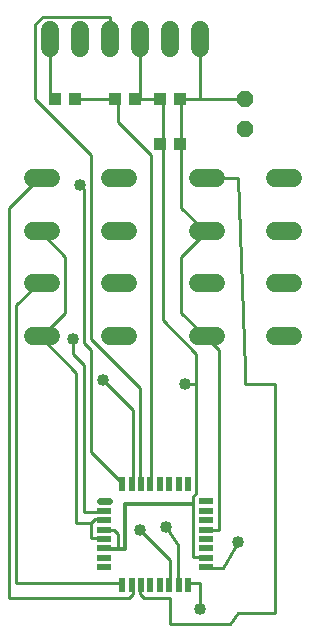
<source format=gbr>
G75*
%MOIN*%
%OFA0B0*%
%FSLAX24Y24*%
%IPPOS*%
%LPD*%
%AMOC8*
5,1,8,0,0,1.08239X$1,22.5*
%
%ADD10R,0.0433X0.0394*%
%ADD11C,0.0217*%
%ADD12R,0.0500X0.0217*%
%ADD13R,0.0217X0.0500*%
%ADD14C,0.0600*%
%ADD15OC8,0.0520*%
%ADD16R,0.0394X0.0433*%
%ADD17C,0.0100*%
%ADD18C,0.0400*%
%ADD19C,0.0120*%
D10*
X017765Y023600D03*
X018435Y023600D03*
X018435Y025100D03*
X017765Y025100D03*
X014935Y025100D03*
X014265Y025100D03*
D11*
X015768Y011702D02*
X016052Y011702D01*
X015768Y011702D02*
X015768Y011702D01*
X016052Y011702D01*
X016052Y011702D01*
D12*
X015910Y011387D03*
X015910Y011072D03*
X015910Y010757D03*
X015910Y010443D03*
X015910Y010128D03*
X015910Y009813D03*
X015910Y009498D03*
X019290Y009498D03*
X019290Y009813D03*
X019290Y010128D03*
X019290Y010443D03*
X019290Y010757D03*
X019290Y011072D03*
X019290Y011387D03*
X019290Y011702D03*
D13*
X018702Y012290D03*
X018387Y012290D03*
X018072Y012290D03*
X017757Y012290D03*
X017443Y012290D03*
X017128Y012290D03*
X016813Y012290D03*
X016498Y012290D03*
X016498Y008910D03*
X016813Y008910D03*
X017128Y008910D03*
X017443Y008910D03*
X017757Y008910D03*
X018072Y008910D03*
X018387Y008910D03*
X018702Y008910D03*
D14*
X019020Y017210D02*
X019620Y017210D01*
X019620Y018990D02*
X019020Y018990D01*
X019020Y020710D02*
X019620Y020710D01*
X019620Y022490D02*
X019020Y022490D01*
X016680Y022490D02*
X016080Y022490D01*
X016080Y020710D02*
X016680Y020710D01*
X016680Y018990D02*
X016080Y018990D01*
X016080Y017210D02*
X016680Y017210D01*
X014120Y017210D02*
X013520Y017210D01*
X013520Y018990D02*
X014120Y018990D01*
X014120Y020710D02*
X013520Y020710D01*
X013520Y022490D02*
X014120Y022490D01*
X014100Y026800D02*
X014100Y027400D01*
X015100Y027400D02*
X015100Y026800D01*
X016100Y026800D02*
X016100Y027400D01*
X017100Y027400D02*
X017100Y026800D01*
X018100Y026800D02*
X018100Y027400D01*
X019100Y027400D02*
X019100Y026800D01*
X021580Y022490D02*
X022180Y022490D01*
X022180Y020710D02*
X021580Y020710D01*
X021580Y018990D02*
X022180Y018990D01*
X022180Y017210D02*
X021580Y017210D01*
D15*
X020600Y024100D03*
X020600Y025100D03*
D16*
X016935Y025100D03*
X016265Y025100D03*
D17*
X012725Y021475D02*
X012725Y008475D01*
X016725Y008475D01*
X016850Y008600D01*
X016850Y008850D01*
X016813Y008910D01*
X017100Y008850D02*
X017128Y008910D01*
X017100Y008850D02*
X017100Y008600D01*
X017225Y008475D01*
X018100Y008475D01*
X018100Y007600D01*
X020100Y007600D01*
X020350Y007975D01*
X021600Y007975D01*
X021600Y015600D01*
X020600Y015600D01*
X020600Y016100D01*
X020350Y022475D01*
X019350Y022475D01*
X019320Y022490D01*
X018475Y021475D02*
X018475Y023600D01*
X018435Y023600D01*
X018475Y023600D02*
X018475Y025100D01*
X018435Y025100D01*
X018475Y025100D02*
X019100Y025100D01*
X019100Y027100D01*
X017100Y027100D02*
X017100Y025100D01*
X016935Y025100D01*
X017100Y025100D02*
X017765Y025100D01*
X017850Y025100D01*
X017850Y023600D01*
X017765Y023600D01*
X017850Y023600D02*
X017850Y017725D01*
X018975Y016600D01*
X018975Y015600D01*
X018600Y015600D01*
X018975Y015600D02*
X018975Y011975D01*
X018850Y011850D01*
X018850Y011600D01*
X018850Y009850D01*
X019225Y009850D01*
X019290Y009813D01*
X019290Y009498D02*
X019350Y009475D01*
X019850Y009475D01*
X020350Y010350D01*
X019725Y010725D02*
X019725Y016725D01*
X019350Y017100D01*
X019320Y017210D01*
X019225Y017225D01*
X018475Y017975D01*
X018475Y019850D01*
X019225Y020600D01*
X019320Y020710D01*
X019225Y020725D01*
X018475Y021475D01*
X017475Y023225D02*
X016350Y024350D01*
X016350Y025100D01*
X016265Y025100D01*
X014935Y025100D01*
X014265Y025100D02*
X014225Y025100D01*
X014100Y025225D01*
X014100Y027100D01*
X013600Y027600D02*
X013850Y027850D01*
X016100Y027850D01*
X016100Y027100D01*
X013600Y027600D02*
X013600Y025100D01*
X015475Y023225D01*
X015475Y017100D01*
X017100Y015475D01*
X017100Y012350D01*
X017128Y012290D01*
X016850Y012350D02*
X016813Y012290D01*
X016850Y012350D02*
X016850Y014725D01*
X015850Y015725D01*
X015225Y016225D02*
X014850Y016600D01*
X014850Y017100D01*
X015225Y016975D02*
X015225Y022100D01*
X015100Y022225D01*
X013820Y022490D02*
X013725Y022475D01*
X012725Y021475D01*
X013820Y020710D02*
X013850Y020600D01*
X014600Y019850D01*
X014600Y017975D01*
X013850Y017225D01*
X013820Y017210D01*
X013850Y017100D01*
X014975Y015975D01*
X014975Y010975D01*
X015475Y010975D01*
X015600Y011100D01*
X015850Y011100D01*
X015910Y011072D01*
X015850Y011350D02*
X015910Y011387D01*
X015850Y011350D02*
X015225Y011350D01*
X015225Y016225D01*
X015475Y016725D02*
X015225Y016975D01*
X015475Y016725D02*
X015475Y013350D01*
X016475Y012350D01*
X016498Y012290D01*
X017443Y012290D02*
X017475Y012350D01*
X017475Y023225D01*
X019100Y025100D02*
X020600Y025100D01*
X013820Y018990D02*
X013725Y018975D01*
X012975Y018225D01*
X012975Y008975D01*
X016475Y008975D01*
X016498Y008910D01*
X016350Y010100D02*
X016100Y010100D01*
X015975Y010100D01*
X015910Y010128D01*
X015910Y010443D02*
X015850Y010475D01*
X015475Y010475D01*
X015475Y010975D01*
X015910Y010757D02*
X015975Y010725D01*
X016225Y010725D01*
X016350Y010600D01*
X016350Y010100D01*
X017100Y010725D02*
X018100Y009725D01*
X018100Y008975D01*
X018072Y008910D01*
X018350Y008975D02*
X018387Y008910D01*
X018350Y008975D02*
X018350Y010225D01*
X017975Y010850D01*
X019290Y010757D02*
X019350Y010725D01*
X019725Y010725D01*
X019100Y008975D02*
X018725Y008975D01*
X018702Y008910D01*
X019100Y008975D02*
X019100Y008100D01*
D18*
X019100Y008100D03*
X020350Y010350D03*
X017975Y010850D03*
X017100Y010725D03*
X018600Y015600D03*
X015850Y015725D03*
X014850Y017100D03*
X015100Y022225D03*
D19*
X016600Y011600D02*
X018850Y011600D01*
X016600Y011600D02*
X016600Y010100D01*
X016100Y010100D01*
M02*

</source>
